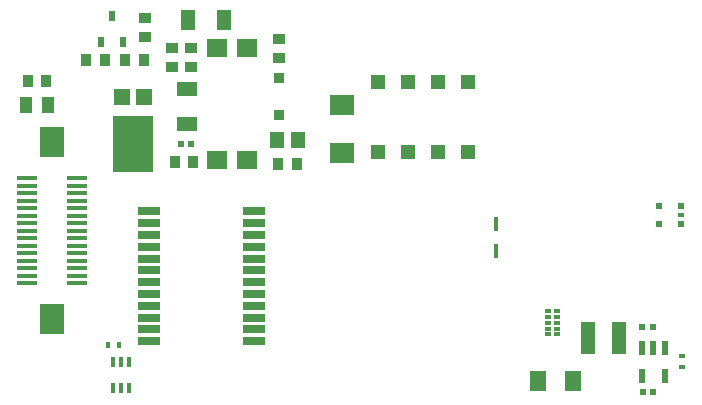
<source format=gbp>
G04*
G04 #@! TF.GenerationSoftware,Altium Limited,Altium Designer,23.5.1 (21)*
G04*
G04 Layer_Color=128*
%FSLAX44Y44*%
%MOMM*%
G71*
G04*
G04 #@! TF.SameCoordinates,0C852D97-15EF-43E7-8D4E-587EAF6ACFB3*
G04*
G04*
G04 #@! TF.FilePolarity,Positive*
G04*
G01*
G75*
%ADD23R,0.4500X0.5500*%
%ADD25R,1.0000X0.9000*%
%ADD28R,0.9000X1.0000*%
%ADD29R,1.0500X1.4000*%
%ADD30R,1.8000X1.1500*%
%ADD38R,0.6200X0.6200*%
%ADD39R,0.5500X0.4500*%
%ADD116R,1.8000X0.3500*%
%ADD117R,2.0000X2.5000*%
%ADD118R,0.6000X0.6000*%
%ADD119R,0.6000X0.4000*%
%ADD120R,0.4064X1.1684*%
%ADD121R,0.5500X0.3000*%
%ADD122R,0.5500X0.4000*%
%ADD123R,0.3500X0.8500*%
%ADD124R,1.4000X1.7500*%
G04:AMPARAMS|DCode=125|XSize=0.55mm|YSize=0.8mm|CornerRadius=0.0495mm|HoleSize=0mm|Usage=FLASHONLY|Rotation=0.000|XOffset=0mm|YOffset=0mm|HoleType=Round|Shape=RoundedRectangle|*
%AMROUNDEDRECTD125*
21,1,0.5500,0.7010,0,0,0.0*
21,1,0.4510,0.8000,0,0,0.0*
1,1,0.0990,0.2255,-0.3505*
1,1,0.0990,-0.2255,-0.3505*
1,1,0.0990,-0.2255,0.3505*
1,1,0.0990,0.2255,0.3505*
%
%ADD125ROUNDEDRECTD125*%
%ADD126R,1.1500X1.8000*%
G04:AMPARAMS|DCode=127|XSize=1.24mm|YSize=0.55mm|CornerRadius=0.0385mm|HoleSize=0mm|Usage=FLASHONLY|Rotation=270.000|XOffset=0mm|YOffset=0mm|HoleType=Round|Shape=RoundedRectangle|*
%AMROUNDEDRECTD127*
21,1,1.2400,0.4730,0,0,270.0*
21,1,1.1630,0.5500,0,0,270.0*
1,1,0.0770,-0.2365,-0.5815*
1,1,0.0770,-0.2365,0.5815*
1,1,0.0770,0.2365,0.5815*
1,1,0.0770,0.2365,-0.5815*
%
%ADD127ROUNDEDRECTD127*%
%ADD128R,1.2000X2.7000*%
%ADD129R,1.8800X0.6400*%
%ADD130R,1.2000X1.2000*%
%ADD131R,1.7800X1.5200*%
%ADD132R,1.3900X1.4000*%
%ADD133R,3.3600X4.8600*%
%ADD134R,0.9500X0.9000*%
%ADD135R,1.1500X1.4500*%
%ADD136R,2.1590X1.7780*%
D23*
X75470Y26813D02*
D03*
X66470D02*
D03*
D25*
X120490Y262470D02*
D03*
Y278470D02*
D03*
X97630Y287870D02*
D03*
Y303870D02*
D03*
X137000Y262470D02*
D03*
Y278470D02*
D03*
X211127Y270130D02*
D03*
Y286130D02*
D03*
D28*
X47880Y267970D02*
D03*
X63880D02*
D03*
X80900D02*
D03*
X96900D02*
D03*
X138810Y181610D02*
D03*
X122810D02*
D03*
X14350Y250190D02*
D03*
X-1650D02*
D03*
X210367Y180300D02*
D03*
X226367D02*
D03*
D29*
X-3150Y229870D02*
D03*
X15850D02*
D03*
D30*
X133658Y213560D02*
D03*
Y243560D02*
D03*
D38*
X519160Y-12700D02*
D03*
X528160D02*
D03*
X518580Y41870D02*
D03*
X527580D02*
D03*
X128160Y196850D02*
D03*
X137160D02*
D03*
D39*
X552290Y17160D02*
D03*
Y8160D02*
D03*
D116*
X40200Y79050D02*
D03*
Y85400D02*
D03*
Y91750D02*
D03*
Y98100D02*
D03*
Y104450D02*
D03*
Y110800D02*
D03*
Y117150D02*
D03*
Y123500D02*
D03*
Y129850D02*
D03*
Y136200D02*
D03*
Y142550D02*
D03*
Y148900D02*
D03*
Y155250D02*
D03*
Y161600D02*
D03*
Y167950D02*
D03*
X-1800Y79050D02*
D03*
Y85400D02*
D03*
Y91750D02*
D03*
Y98100D02*
D03*
Y104450D02*
D03*
Y110800D02*
D03*
Y117150D02*
D03*
Y123500D02*
D03*
Y129850D02*
D03*
Y136200D02*
D03*
Y142550D02*
D03*
Y148900D02*
D03*
Y155250D02*
D03*
Y161600D02*
D03*
Y167950D02*
D03*
D117*
X19200Y48500D02*
D03*
Y198500D02*
D03*
D118*
X551290Y144660D02*
D03*
Y129660D02*
D03*
X533290D02*
D03*
Y144660D02*
D03*
D119*
X551290Y137160D02*
D03*
D120*
X394970Y129032D02*
D03*
Y106680D02*
D03*
D121*
X439240Y55720D02*
D03*
Y50720D02*
D03*
Y40720D02*
D03*
Y35720D02*
D03*
X447040D02*
D03*
Y40720D02*
D03*
Y50720D02*
D03*
Y55720D02*
D03*
D122*
X439240Y45720D02*
D03*
X447040D02*
D03*
D123*
X83970Y12270D02*
D03*
X77470D02*
D03*
X70970D02*
D03*
Y-9730D02*
D03*
X77470D02*
D03*
X83970D02*
D03*
D124*
X460516Y-3556D02*
D03*
X430516D02*
D03*
D125*
X79190Y283600D02*
D03*
X60190D02*
D03*
X69690Y305600D02*
D03*
D126*
X164460Y302220D02*
D03*
X134460D02*
D03*
D127*
X518660Y810D02*
D03*
X537660D02*
D03*
Y24510D02*
D03*
X528160D02*
D03*
X518660D02*
D03*
D128*
X498810Y32980D02*
D03*
X472810D02*
D03*
D129*
X101440Y30050D02*
D03*
Y40050D02*
D03*
Y50050D02*
D03*
Y60050D02*
D03*
Y70050D02*
D03*
Y80050D02*
D03*
Y90050D02*
D03*
Y100050D02*
D03*
Y110050D02*
D03*
Y120050D02*
D03*
Y130050D02*
D03*
Y140050D02*
D03*
X190340D02*
D03*
Y130050D02*
D03*
Y120050D02*
D03*
Y110050D02*
D03*
Y100050D02*
D03*
Y90050D02*
D03*
Y80050D02*
D03*
Y70050D02*
D03*
Y60050D02*
D03*
Y50050D02*
D03*
Y40050D02*
D03*
Y30050D02*
D03*
D130*
X345947Y190170D02*
D03*
X370947D02*
D03*
X345947Y249170D02*
D03*
X370947D02*
D03*
X295147Y190170D02*
D03*
X320147D02*
D03*
X295147Y249170D02*
D03*
X320147D02*
D03*
D131*
X159058Y278700D02*
D03*
X184457D02*
D03*
X159058Y183500D02*
D03*
X184457D02*
D03*
D132*
X96830Y236840D02*
D03*
X78430D02*
D03*
D133*
X87630Y197020D02*
D03*
D134*
X211127Y253200D02*
D03*
X211127Y221700D02*
D03*
D135*
X227637Y200620D02*
D03*
X209638D02*
D03*
D136*
X264467Y229830D02*
D03*
Y189190D02*
D03*
M02*

</source>
